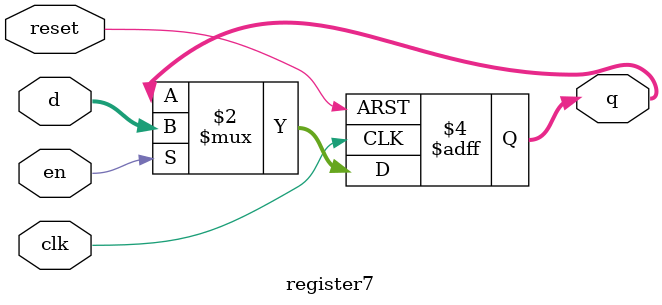
<source format=v>
module register7(input wire clk, input wire reset, input wire en, input wire [6:0] d, output reg [6:0] q);
    always @(posedge clk, posedge reset) begin
        if(reset) q <= 7'b0000_000;
        else if(en) q <= d;
    end
endmodule
</source>
